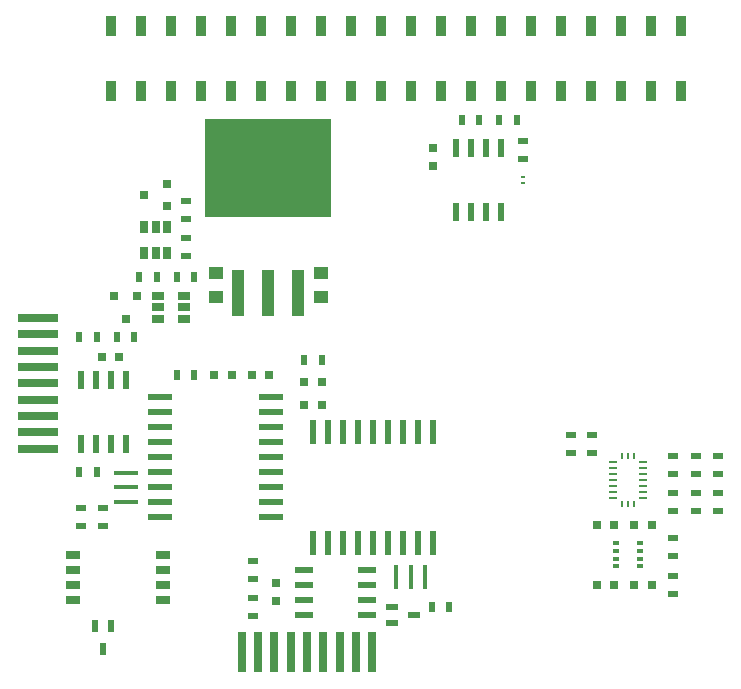
<source format=gtp>
G04 #@! TF.FileFunction,Paste,Top*
%FSLAX46Y46*%
G04 Gerber Fmt 4.6, Leading zero omitted, Abs format (unit mm)*
G04 Created by KiCad (PCBNEW (2016-03-06 BZR 6610)-product) date 2016 August 04, Thursday 19:48:28*
%MOMM*%
G01*
G04 APERTURE LIST*
%ADD10C,0.100000*%
%ADD11R,0.800000X0.750000*%
%ADD12R,0.750000X0.800000*%
%ADD13R,0.600000X2.000000*%
%ADD14R,1.550000X0.600000*%
%ADD15R,2.000000X0.600000*%
%ADD16R,0.600000X1.550000*%
%ADD17R,0.675000X0.250000*%
%ADD18R,0.250000X0.550000*%
%ADD19R,0.650000X1.060000*%
%ADD20R,0.800100X0.800100*%
%ADD21R,0.900000X0.500000*%
%ADD22R,0.500000X0.900000*%
%ADD23R,1.270000X0.760000*%
%ADD24R,0.400000X2.000000*%
%ADD25R,2.000000X0.400000*%
%ADD26R,0.889000X1.680000*%
%ADD27R,3.500000X0.800000*%
%ADD28R,0.800000X3.500000*%
%ADD29R,0.500000X0.350000*%
%ADD30R,0.430000X0.280000*%
%ADD31R,1.250000X1.000000*%
%ADD32R,1.041400X3.987800*%
%ADD33R,10.744200X8.305800*%
%ADD34R,1.060000X0.650000*%
%ADD35R,0.599440X1.000760*%
%ADD36R,1.000760X0.599440*%
G04 APERTURE END LIST*
D10*
D11*
X170205000Y-120320000D03*
X171705000Y-120320000D03*
X168530000Y-120320000D03*
X167030000Y-120320000D03*
D12*
X139840000Y-120205000D03*
X139840000Y-121705000D03*
D11*
X142265000Y-103175000D03*
X143765000Y-103175000D03*
X142265000Y-105080000D03*
X143765000Y-105080000D03*
X170205000Y-115240000D03*
X171705000Y-115240000D03*
X168530000Y-115240000D03*
X167030000Y-115240000D03*
X126620000Y-101016000D03*
X125120000Y-101016000D03*
X136145000Y-102540000D03*
X134645000Y-102540000D03*
X137820000Y-102540000D03*
X139320000Y-102540000D03*
D13*
X143015000Y-116765000D03*
X144285000Y-116765000D03*
X145555000Y-116765000D03*
X146825000Y-116765000D03*
X148095000Y-116765000D03*
X149365000Y-116765000D03*
X150635000Y-116765000D03*
X151905000Y-116765000D03*
X153175000Y-116765000D03*
X153175000Y-107365000D03*
X151905000Y-107365000D03*
X150635000Y-107365000D03*
X149365000Y-107365000D03*
X148095000Y-107365000D03*
X146825000Y-107365000D03*
X145555000Y-107365000D03*
X144285000Y-107365000D03*
X143015000Y-107365000D03*
D14*
X142220000Y-119050000D03*
X142220000Y-120320000D03*
X142220000Y-121590000D03*
X142220000Y-122860000D03*
X147620000Y-122860000D03*
X147620000Y-121590000D03*
X147620000Y-120320000D03*
X147620000Y-119050000D03*
D15*
X130060000Y-104445000D03*
X130060000Y-105715000D03*
X130060000Y-106985000D03*
X130060000Y-108255000D03*
X130060000Y-109525000D03*
X130060000Y-110795000D03*
X130060000Y-112065000D03*
X130060000Y-113335000D03*
X130060000Y-114605000D03*
X139460000Y-114605000D03*
X139460000Y-113335000D03*
X139460000Y-112065000D03*
X139460000Y-110795000D03*
X139460000Y-109525000D03*
X139460000Y-108255000D03*
X139460000Y-106985000D03*
X139460000Y-105715000D03*
X139460000Y-104445000D03*
D16*
X127140000Y-103015000D03*
X125870000Y-103015000D03*
X124600000Y-103015000D03*
X123330000Y-103015000D03*
X123330000Y-108415000D03*
X124600000Y-108415000D03*
X125870000Y-108415000D03*
X127140000Y-108415000D03*
D17*
X170947500Y-109930000D03*
X170947500Y-110430000D03*
X170947500Y-110930000D03*
X170947500Y-111430000D03*
X170947500Y-111930000D03*
X170947500Y-112430000D03*
X170947500Y-112930000D03*
X168422500Y-112930000D03*
X168422500Y-112430000D03*
X168422500Y-111930000D03*
X168422500Y-111430000D03*
X168422500Y-110930000D03*
X168422500Y-110430000D03*
X168422500Y-109930000D03*
D18*
X170185000Y-113480000D03*
X169685000Y-113480000D03*
X169185000Y-113480000D03*
X170185000Y-109380000D03*
X169685000Y-109380000D03*
X169185000Y-109380000D03*
D19*
X128730000Y-92210000D03*
X129680000Y-92210000D03*
X130630000Y-92210000D03*
X130630000Y-90010000D03*
X128730000Y-90010000D03*
X129680000Y-90010000D03*
D20*
X130680760Y-88250000D03*
X130680760Y-86350000D03*
X128681780Y-87300000D03*
D21*
X173495000Y-121070000D03*
X173495000Y-119570000D03*
X137935000Y-122975000D03*
X137935000Y-121475000D03*
X173495000Y-117895000D03*
X173495000Y-116395000D03*
X137935000Y-118300000D03*
X137935000Y-119800000D03*
X132220000Y-92495000D03*
X132220000Y-90995000D03*
X132220000Y-87820000D03*
X132220000Y-89320000D03*
D22*
X153060000Y-122225000D03*
X154560000Y-122225000D03*
X142265000Y-101270000D03*
X143765000Y-101270000D03*
D21*
X125235000Y-113855000D03*
X125235000Y-115355000D03*
X173495000Y-109410000D03*
X173495000Y-110910000D03*
X175400000Y-109410000D03*
X175400000Y-110910000D03*
X177305000Y-109410000D03*
X177305000Y-110910000D03*
X173495000Y-112585000D03*
X173495000Y-114085000D03*
X175400000Y-112585000D03*
X175400000Y-114085000D03*
X177305000Y-112585000D03*
X177305000Y-114085000D03*
D22*
X123215000Y-99365000D03*
X124715000Y-99365000D03*
X127890000Y-99365000D03*
X126390000Y-99365000D03*
X124715000Y-110795000D03*
X123215000Y-110795000D03*
X131470000Y-102540000D03*
X132970000Y-102540000D03*
D21*
X123330000Y-113855000D03*
X123330000Y-115355000D03*
X164859000Y-109132000D03*
X164859000Y-107632000D03*
X166637000Y-109132000D03*
X166637000Y-107632000D03*
D23*
X130300000Y-121590000D03*
X130300000Y-120320000D03*
X130300000Y-119050000D03*
X130300000Y-117780000D03*
X122710000Y-117780000D03*
X122710000Y-119050000D03*
X122710000Y-120320000D03*
X122710000Y-121590000D03*
D24*
X152470000Y-119685000D03*
X151270000Y-119685000D03*
X150070000Y-119685000D03*
D25*
X127140000Y-113265000D03*
X127140000Y-112065000D03*
X127140000Y-110865000D03*
D26*
X125870000Y-73030000D03*
X128410000Y-73030000D03*
X130950000Y-73030000D03*
X133490000Y-73030000D03*
X136030000Y-73030000D03*
X138570000Y-73030000D03*
X141110000Y-73030000D03*
X143650000Y-73030000D03*
X146190000Y-73030000D03*
X148730000Y-73030000D03*
X151270000Y-73030000D03*
X153810000Y-73030000D03*
X156350000Y-73030000D03*
X158890000Y-73030000D03*
X161430000Y-73030000D03*
X163970000Y-73030000D03*
X166510000Y-73030000D03*
X169050000Y-73030000D03*
X171590000Y-73030000D03*
X174130000Y-73030000D03*
X125870000Y-78470000D03*
X128410000Y-78470000D03*
X130950000Y-78470000D03*
X133490000Y-78470000D03*
X136030000Y-78470000D03*
X138570000Y-78470000D03*
X141110000Y-78470000D03*
X143650000Y-78470000D03*
X146190000Y-78470000D03*
X148730000Y-78470000D03*
X151270000Y-78470000D03*
X153810000Y-78470000D03*
X156350000Y-78470000D03*
X158890000Y-78470000D03*
X161430000Y-78470000D03*
X163970000Y-78470000D03*
X166510000Y-78470000D03*
X169050000Y-78470000D03*
X171590000Y-78470000D03*
X174130000Y-78470000D03*
D27*
X119750000Y-103250000D03*
X119750000Y-101865000D03*
X119750000Y-100480000D03*
X119750000Y-99095000D03*
X119750000Y-97710000D03*
X119750000Y-104635000D03*
X119750000Y-106020000D03*
X119750000Y-107405000D03*
X119750000Y-108790000D03*
D28*
X142500000Y-126000000D03*
X141115000Y-126000000D03*
X139730000Y-126000000D03*
X138345000Y-126000000D03*
X136960000Y-126000000D03*
X143885000Y-126000000D03*
X145270000Y-126000000D03*
X146655000Y-126000000D03*
X148040000Y-126000000D03*
D12*
X153175000Y-84875000D03*
X153175000Y-83375000D03*
D21*
X160795000Y-82740000D03*
X160795000Y-84240000D03*
D22*
X155600000Y-80950000D03*
X157100000Y-80950000D03*
X160275000Y-80950000D03*
X158775000Y-80950000D03*
D16*
X155080000Y-88730000D03*
X156350000Y-88730000D03*
X157620000Y-88730000D03*
X158890000Y-88730000D03*
X158890000Y-83330000D03*
X157620000Y-83330000D03*
X156350000Y-83330000D03*
X155080000Y-83330000D03*
D29*
X168660000Y-118755000D03*
X168660000Y-118105000D03*
X168660000Y-117455000D03*
X168660000Y-116805000D03*
X170710000Y-116805000D03*
X170710000Y-117455000D03*
X170710000Y-118105000D03*
X170710000Y-118755000D03*
D30*
X160795000Y-85775000D03*
X160795000Y-86285000D03*
D31*
X134760000Y-93920000D03*
X134760000Y-95920000D03*
X143650000Y-95920000D03*
X143650000Y-93920000D03*
D32*
X141745000Y-95605800D03*
X139205000Y-95605800D03*
X136665000Y-95605800D03*
D33*
X139205000Y-85052100D03*
D34*
X132050000Y-97775000D03*
X132050000Y-96825000D03*
X132050000Y-95875000D03*
X129850000Y-95875000D03*
X129850000Y-97775000D03*
X129850000Y-96825000D03*
D20*
X128090000Y-95824240D03*
X126190000Y-95824240D03*
X127140000Y-97823220D03*
D22*
X132970000Y-94285000D03*
X131470000Y-94285000D03*
X128295000Y-94285000D03*
X129795000Y-94285000D03*
D35*
X124584760Y-123815040D03*
X125885240Y-123815040D03*
X125235000Y-125714960D03*
D36*
X149685040Y-123510240D03*
X149685040Y-122209760D03*
X151584960Y-122860000D03*
M02*

</source>
